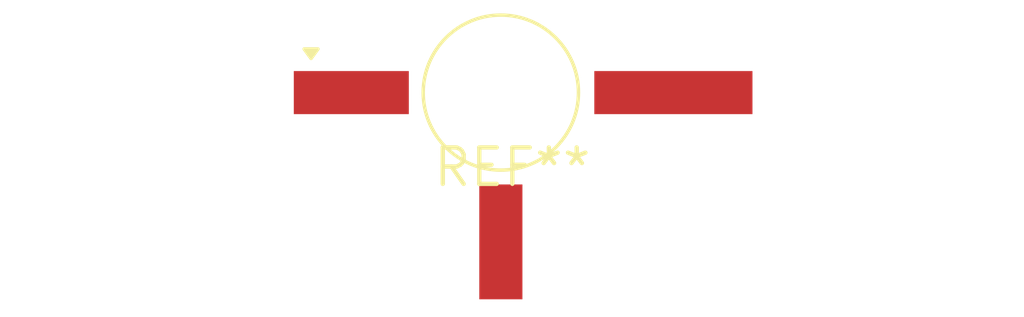
<source format=kicad_pcb>
(kicad_pcb (version 20240108) (generator pcbnew)
  (layers (0 "F.Cu" signal) (31 "B.Cu" signal) (34 "B.Paste" user) (35 "F.Paste" user) (36 "B.SilkS" user "B.Silkscreen") (37 "F.SilkS" user "F.Silkscreen") (38 "B.Mask" user) (39 "F.Mask" user) (44 "Edge.Cuts" user))
  (net 0 "")
  (footprint "TO-50-3_ShortPad-NoHole_Housing" (layer "F.Cu") (at 0 0)
    (property "Reference" "REF**")
    (property "Value" "TO-50-3_ShortPad-NoHole_Housing")
    (fp_circle (center -0.4 -2.6) (end -0.4 -5.3) (layer "F.SilkS") (stroke (width 0.12)) (fill none))
    (fp_poly (pts (xy -7 -3.79) (xy -7.24 -4.12) (xy -6.76 -4.12) (xy -7 -3.79)) (layer "F.SilkS") (stroke (width 0.12)) (fill solid))
    (pad "1" smd rect (at -5.6 -2.6 270) (size 1.5 4) (layers "F.Cu" "F.Paste" "F.Mask"))
    (pad "2" smd rect (at -0.4 2.6 270) (size 4 1.5) (layers "F.Cu" "F.Paste" "F.Mask"))
    (pad "3" smd rect (at 5.6 -2.6 270) (size 1.5 5.5) (layers "F.Cu" "F.Paste" "F.Mask"))
  )
)
</source>
